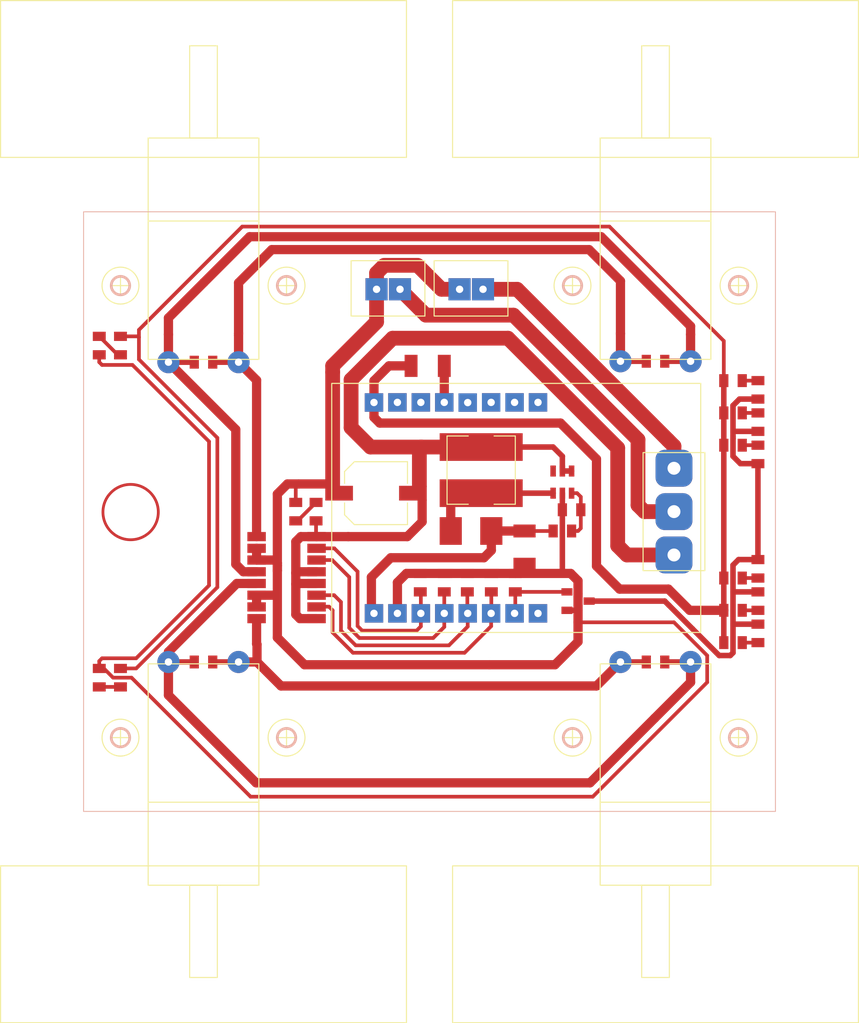
<source format=kicad_pcb>
(kicad_pcb (version 20211014) (generator pcbnew)
  (layers (0 "F.Cu" signal) (31 "B.Cu" signal) (34 "B.Paste" user) (35 "F.Paste" user) (36 "B.SilkS" user "B.Silkscreen") (37 "F.SilkS" user "F.Silkscreen") (38 "B.Mask" user) (39 "F.Mask" user) (44 "Edge.Cuts" user))
  (net 0 "")
  (footprint "0.1_FootPrints:Resistor_0805" (layer "F.Cu") (at 132 98.8)
    (fp_text reference " " hide)
    (fp_text value " " hide)
    (pad "1" smd rect (at -1 0) (size 1 1.4) (layers "F.Cu" "F.Paste" "F.Mask"))
    (pad "2" smd rect (at 1 0) (size 1 1.4) (layers "F.Cu" "F.Paste" "F.Mask"))
  )
  (footprint "0.1_FootPrints:Resistor_0805" (layer "F.Cu") (at 83 66.3)
    (fp_text reference " " hide)
    (fp_text value " " hide)
    (pad "1" smd rect (at -1 0) (size 1 1.4) (layers "F.Cu" "F.Paste" "F.Mask"))
    (pad "2" smd rect (at 1 0) (size 1 1.4) (layers "F.Cu" "F.Paste" "F.Mask"))
  )
  (footprint "0.1_FootPrints:Resistor_0805" (layer "F.Cu") (at 71.7 64.5 90)
    (fp_text reference " " hide)
    (fp_text value " " hide)
    (pad "1" smd rect (at -1 0 90) (size 1 1.4) (layers "F.Cu" "F.Paste" "F.Mask"))
    (pad "2" smd rect (at 1 0 90) (size 1 1.4) (layers "F.Cu" "F.Paste" "F.Mask"))
  )
  (footprint "0.1_FootPrints:Resistor_0805" (layer "F.Cu") (at 143.1 76.3 90)
    (fp_text reference " " hide)
    (fp_text value " " hide)
    (pad "1" smd rect (at -1 0 90) (size 1 1.4) (layers "F.Cu" "F.Paste" "F.Mask"))
    (pad "2" smd rect (at 1 0 90) (size 1 1.4) (layers "F.Cu" "F.Paste" "F.Mask"))
  )
  (footprint "0.1_FootPrints:Capacitor_Tantalum_3528" (layer "F.Cu") (at 117.8 86.4 90)
    (fp_text reference " " hide)
    (fp_text value " " hide)
    (pad "1" smd rect (at -1.8 0 90) (size 1.4 2.4) (layers "F.Cu" "F.Paste" "F.Mask"))
    (pad "2" smd rect (at 1.8 0 90) (size 1.4 2.4) (layers "F.Cu" "F.Paste" "F.Mask"))
  )
  (footprint "0.1_FootPrints:Resistor_0805" (layer "F.Cu") (at 74 64.5 -90)
    (fp_text reference " " hide)
    (fp_text value " " hide)
    (pad "1" smd rect (at -1 0 270) (size 1 1.4) (layers "F.Cu" "F.Paste" "F.Mask"))
    (pad "2" smd rect (at 1 0 270) (size 1 1.4) (layers "F.Cu" "F.Paste" "F.Mask"))
  )
  (footprint "0.1_FootPrints:Connector_2Pins_2.54" (layer "F.Cu") (at 112 58.3 180)
    (fp_text reference " " hide)
    (fp_text value " " hide)
    (fp_rect (start -4 -3) (end 4 3) (layer "F.SilkS") (width 0.12) (fill none))
    (pad "1" thru_hole rect (at -1.3 -0.1 270) (size 2.4 2.4) (drill 0.8) (layers *.Cu *.Mask))
    (pad "2" thru_hole rect (at 1.24 -0.1 270) (size 2.4 2.4) (drill 0.8) (layers *.Cu *.Mask))
  )
  (footprint "0.1_FootPrints:Resistor_0805" (layer "F.Cu") (at 140.4 75.3 180)
    (fp_text reference " " hide)
    (fp_text value " " hide)
    (pad "1" smd rect (at -1 0 180) (size 1 1.4) (layers "F.Cu" "F.Paste" "F.Mask"))
    (pad "2" smd rect (at 1 0 180) (size 1 1.4) (layers "F.Cu" "F.Paste" "F.Mask"))
  )
  (footprint "0.1_FootPrints:Resistor_0805" (layer "F.Cu") (at 132 66.2 180)
    (fp_text reference " " hide)
    (fp_text value " " hide)
    (pad "1" smd rect (at -1 0 180) (size 1 1.4) (layers "F.Cu" "F.Paste" "F.Mask"))
    (pad "2" smd rect (at 1 0 180) (size 1 1.4) (layers "F.Cu" "F.Paste" "F.Mask"))
  )
  (footprint "0.1_FootPrints:Resistor_0805" (layer "F.Cu") (at 116.8 90.2 90)
    (fp_text reference " " hide)
    (fp_text value " " hide)
    (pad "1" smd rect (at -1 0 90) (size 1 1.4) (layers "F.Cu" "F.Paste" "F.Mask"))
    (pad "2" smd rect (at 1 0 90) (size 1 1.4) (layers "F.Cu" "F.Paste" "F.Mask"))
  )
  (footprint "0.1_FootPrints:Nema20_Motor_Module" (layer "F.Cu") (at 132 107 180)
    (fp_text reference " " hide)
    (fp_text value " " hide)
    (fp_circle (center 9 0) (end 10 0) (layer "B.SilkS") (width 0.3) (fill none))
    (fp_circle (center -9 0) (end -8 0) (layer "B.SilkS") (width 0.3) (fill none))
    (fp_line (start -10 0) (end -8 0) (layer "F.SilkS") (width 0.12))
    (fp_line (start 9 -1) (end 9 1) (layer "F.SilkS") (width 0.12))
    (fp_line (start -6 -7) (end 6 -7) (layer "F.SilkS") (width 0.12))
    (fp_line (start 8 0) (end 10 0) (layer "F.SilkS") (width 0.12))
    (fp_line (start -9 -1) (end -9 1) (layer "F.SilkS") (width 0.12))
    (fp_rect (start -6 -16) (end 6 8) (layer "F.SilkS") (width 0.12) (fill none))
    (fp_rect (start -1.5 -16) (end 1.5 -26) (layer "F.SilkS") (width 0.12) (fill none))
    (fp_rect (start -22 -13.9) (end 22 -30.9) (layer "F.SilkS") (width 0.12) (fill none))
    (fp_circle (center -9 0) (end -7 0) (layer "F.SilkS") (width 0.12) (fill none))
    (fp_circle (center 9 0) (end 11 0) (layer "F.SilkS") (width 0.12) (fill none))
  )
  (footprint "0.1_FootPrints:Resistor_0805" (layer "F.Cu") (at 106.5 90.2 90)
    (fp_text reference " " hide)
    (fp_text value " " hide)
    (pad "1" smd rect (at -1 0 90) (size 1 1.4) (layers "F.Cu" "F.Paste" "F.Mask"))
    (pad "2" smd rect (at 1 0 90) (size 1 1.4) (layers "F.Cu" "F.Paste" "F.Mask"))
  )
  (footprint "0.1_FootPrints:Resistor_0805" (layer "F.Cu") (at 109.1 90.2 90)
    (fp_text reference " " hide)
    (fp_text value " " hide)
    (pad "1" smd rect (at -1 0 90) (size 1 1.4) (layers "F.Cu" "F.Paste" "F.Mask"))
    (pad "2" smd rect (at 1 0 90) (size 1 1.4) (layers "F.Cu" "F.Paste" "F.Mask"))
  )
  (footprint "0.1_FootPrints:Resistor_0805" (layer "F.Cu") (at 114.2 90.2 90)
    (fp_text reference " " hide)
    (fp_text value " " hide)
    (pad "1" smd rect (at -1 0 90) (size 1 1.4) (layers "F.Cu" "F.Paste" "F.Mask"))
    (pad "2" smd rect (at 1 0 90) (size 1 1.4) (layers "F.Cu" "F.Paste" "F.Mask"))
  )
  (footprint "0.1_FootPrints:Esp32Cam" (layer "F.Cu") (at 116.9 82.5 90)
    (fp_text reference " " hide)
    (fp_text value " " hide)
    (fp_rect (start 13.9 20) (end -13.1 -20) (layer "F.SilkS") (width 0.12) (fill none))
    (pad "0" thru_hole rect (at 11.84 -10.34 270) (size 2 2) (drill 0.8) (layers *.Cu *.Mask))
    (pad "2" thru_hole rect (at -11.03 -0.18 270) (size 2 2) (drill 0.8) (layers *.Cu *.Mask))
    (pad "3V3" thru_hole rect (at 11.83 -15.42 270) (size 2 2) (drill 0.8) (layers *.Cu *.Mask))
    (pad "4/LED W" thru_hole rect (at -11.03 2.36 270) (size 2 2) (drill 0.8) (layers *.Cu *.Mask))
    (pad "5V" thru_hole rect (at -11.03 -15.42 270) (size 2 2) (drill 0.8) (layers *.Cu *.Mask))
    (pad "12" thru_hole rect (at -11.03 -10.34 270) (size 2 2) (drill 0.8) (layers *.Cu *.Mask))
    (pad "13" thru_hole rect (at -11.03 -7.8 270) (size 2 2) (drill 0.8) (layers *.Cu *.Mask))
    (pad "14" thru_hole rect (at -11.03 -2.72 270) (size 2 2) (drill 0.8) (layers *.Cu *.Mask))
    (pad "15" thru_hole rect (at -11.03 -5.26 270) (size 2 2) (drill 0.8) (layers *.Cu *.Mask))
    (pad "16" thru_hole rect (at 11.84 -12.88 270) (size 2 2) (drill 0.8) (layers *.Cu *.Mask))
    (pad "GND" thru_hole rect (at -11.03 -12.88 270) (size 2 2) (drill 0.8) (layers *.Cu *.Mask))
    (pad "GND" thru_hole rect (at 11.84 2.36 270) (size 2 2) (drill 0.8) (layers *.Cu *.Mask))
    (pad "GND" thru_hole rect (at 11.84 -7.8 270) (size 2 2) (drill 0.8) (layers *.Cu *.Mask))
    (pad "RX" thru_hole rect (at 11.84 -2.72 270) (size 2 2) (drill 0.8) (layers *.Cu *.Mask))
    (pad "TX" thru_hole rect (at 11.84 -0.18 270) (size 2 2) (drill 0.8) (layers *.Cu *.Mask))
    (pad "VCC" thru_hole rect (at 11.82 -5.26 270) (size 2 2) (drill 0.8) (layers *.Cu *.Mask))
  )
  (footprint "0.1_FootPrints:SOIC-16_Large" (layer "F.Cu") (at 92.005 89.655 180)
    (fp_text reference " " hide)
    (fp_text value " " hide)
    (pad "1" smd rect (at -3.25 -4.445 180) (size 2 1) (layers "F.Cu" "F.Paste" "F.Mask"))
    (pad "2" smd rect (at -3.25 -3.175 180) (size 2 1) (layers "F.Cu" "F.Paste" "F.Mask"))
    (pad "3" smd rect (at -3.25 -1.905 180) (size 2 1) (layers "F.Cu" "F.Paste" "F.Mask"))
    (pad "4" smd rect (at -3.25 -0.635 180) (size 2 1) (layers "F.Cu" "F.Paste" "F.Mask"))
    (pad "5" smd rect (at -3.25 0.635 180) (size 2 1) (layers "F.Cu" "F.Paste" "F.Mask"))
    (pad "6" smd rect (at -3.25 1.905 180) (size 2 1) (layers "F.Cu" "F.Paste" "F.Mask"))
    (pad "7" smd rect (at -3.25 3.175 180) (size 2 1) (layers "F.Cu" "F.Paste" "F.Mask"))
    (pad "8" smd rect (at -3.25 4.445 180) (size 2 1) (layers "F.Cu" "F.Paste" "F.Mask"))
    (pad "9" smd rect (at 3.25 4.445 180) (size 2 1) (layers "F.Cu" "F.Paste" "F.Mask"))
    (pad "10" smd rect (at 3.25 3.175 180) (size 2 1) (layers "F.Cu" "F.Paste" "F.Mask"))
    (pad "11" smd rect (at 3.25 1.905 180) (size 2 1) (layers "F.Cu" "F.Paste" "F.Mask"))
    (pad "12" smd rect (at 3.25 0.635 180) (size 2 1) (layers "F.Cu" "F.Paste" "F.Mask"))
    (pad "13" smd rect (at 3.25 -0.635 180) (size 2 1) (layers "F.Cu" "F.Paste" "F.Mask"))
    (pad "14" smd rect (at 3.25 -1.905 180) (size 2 1) (layers "F.Cu" "F.Paste" "F.Mask"))
    (pad "15" smd rect (at 3.25 -3.175 180) (size 2 1) (layers "F.Cu" "F.Paste" "F.Mask"))
    (pad "16" smd rect (at 3.25 -4.445 180) (size 2 1) (layers "F.Cu" "F.Paste" "F.Mask"))
  )
  (footprint "0.1_FootPrints:Resistor_0805" (layer "F.Cu") (at 143.1 69.3 90)
    (fp_text reference " " hide)
    (fp_text value " " hide)
    (pad "1" smd rect (at -1 0 90) (size 1 1.4) (layers "F.Cu" "F.Paste" "F.Mask"))
    (pad "2" smd rect (at 1 0 90) (size 1 1.4) (layers "F.Cu" "F.Paste" "F.Mask"))
  )
  (footprint "0.1_FootPrints:Nema20_Motor_Module" (layer "F.Cu") (at 83 107 180)
    (fp_text reference " " hide)
    (fp_text value " " hide)
    (fp_circle (center -9 0) (end -8 0) (layer "B.SilkS") (width 0.3) (fill none))
    (fp_circle (center 9 0) (end 10 0) (layer "B.SilkS") (width 0.3) (fill none))
    (fp_line (start -9 -1) (end -9 1) (layer "F.SilkS") (width 0.12))
    (fp_line (start -6 -7) (end 6 -7) (layer "F.SilkS") (width 0.12))
    (fp_line (start 8 0) (end 10 0) (layer "F.SilkS") (width 0.12))
    (fp_line (start -10 0) (end -8 0) (layer "F.SilkS") (width 0.12))
    (fp_line (start 9 -1) (end 9 1) (layer "F.SilkS") (width 0.12))
    (fp_rect (start -1.5 -16) (end 1.5 -26) (layer "F.SilkS") (width 0.12) (fill none))
    (fp_rect (start -6 -16) (end 6 8) (layer "F.SilkS") (width 0.12) (fill none))
    (fp_rect (start -22 -13.9) (end 22 -30.9) (layer "F.SilkS") (width 0.12) (fill none))
    (fp_circle (center -9 0) (end -7 0) (layer "F.SilkS") (width 0.12) (fill none))
    (fp_circle (center 9 0) (end 11 0) (layer "F.SilkS") (width 0.12) (fill none))
  )
  (footprint "0.1_FootPrints:Interruptor" (layer "F.Cu") (at 134 82.5 -90)
    (fp_text reference " " hide)
    (fp_text value " " hide)
    (fp_rect (start -6.4 -3.35) (end 6.4 3.35) (layer "F.SilkS") (width 0.12) (fill none))
    (pad " " thru_hole roundrect (at 4.7 0) (size 4 4) (drill 1.4) (layers *.Cu *.Mask))
    (pad " " thru_hole roundrect (at 0 0) (size 4 4) (drill 1.4) (layers *.Cu *.Mask))
    (pad " " thru_hole roundrect (at -4.7 0) (size 4 4) (drill 1.4) (layers *.Cu *.Mask))
  )
  (footprint "0.1_FootPrints:CP_Elec_6.3x5.9" (layer "F.Cu") (at 101.7 80.5)
    (fp_text reference " " hide)
    (fp_text value "CP_Elec_6.3x5.9")
    (fp_line (start -2.345563 3.41) (end 3.41 3.41) (layer "F.SilkS") (width 0.12))
    (fp_line (start -3.41 -2.345563) (end -2.345563 -3.41) (layer "F.SilkS") (width 0.12))
    (fp_line (start -2.345563 -3.41) (end 3.41 -3.41) (layer "F.SilkS") (width 0.12))
    (fp_line (start 3.41 -3.41) (end 3.41 -1.06) (layer "F.SilkS") (width 0.12))
    (fp_line (start -3.41 -2.345563) (end -3.41 -1.06) (layer "F.SilkS") (width 0.12))
    (fp_line (start -3.41 2.345563) (end -2.345563 3.41) (layer "F.SilkS") (width 0.12))
    (fp_line (start -3.41 2.345563) (end -3.41 1.06) (layer "F.SilkS") (width 0.12))
    (fp_line (start 3.41 3.41) (end 3.41 1.06) (layer "F.SilkS") (width 0.12))
    (pad "1" smd rect (at -4 0) (size 3 1.6) (layers "F.Cu" "F.Paste" "F.Mask"))
    (pad "2" smd rect (at 4 0) (size 3 1.6) (layers "F.Cu" "F.Paste" "F.Mask"))
  )
  (footprint "0.1_FootPrints:Resistor_0805" (layer "F.Cu") (at 140.4 96.7 180)
    (fp_text reference " " hide)
    (fp_text value " " hide)
    (pad "1" smd rect (at -1 0 180) (size 1 1.4) (layers "F.Cu" "F.Paste" "F.Mask"))
    (pad "2" smd rect (at 1 0 180) (size 1 1.4) (layers "F.Cu" "F.Paste" "F.Mask"))
  )
  (footprint "0.1_FootPrints:Capacitor_Tantalum_3528" (layer "F.Cu") (at 107.3 66.7 180)
    (fp_text reference " " hide)
    (fp_text value " " hide)
    (pad "1" smd rect (at -1.8 0 180) (size 1.4 2.4) (layers "F.Cu" "F.Paste" "F.Mask"))
    (pad "2" smd rect (at 1.8 0 180) (size 1.4 2.4) (layers "F.Cu" "F.Paste" "F.Mask"))
  )
  (footprint "0.1_FootPrints:Hole_6mm" (layer "F.Cu") (at 75.1 82.55)
    (fp_text reference " " hide)
    (fp_text value " " hide)
    (fp_circle (center 0 0) (end 3 0) (layer "F.Cu") (width 0.3) (fill none))
  )
  (footprint "0.1_FootPrints:Resistor_0805" (layer "F.Cu") (at 121.9 84.6)
    (fp_text reference " " hide)
    (fp_text value " " hide)
    (pad "1" smd rect (at -1 0) (size 1 1.4) (layers "F.Cu" "F.Paste" "F.Mask"))
    (pad "2" smd rect (at 1 0) (size 1 1.4) (layers "F.Cu" "F.Paste" "F.Mask"))
  )
  (footprint "0.1_FootPrints:Nema20_Motor_Module" (layer "F.Cu") (at 132 58)
    (fp_text reference " " hide)
    (fp_text value " " hide)
    (fp_circle (center 9 0) (end 10 0) (layer "B.SilkS") (width 0.3) (fill none))
    (fp_circle (center -9 0) (end -8 0) (layer "B.SilkS") (width 0.3) (fill none))
    (fp_line (start -6 -7) (end 6 -7) (layer "F.SilkS") (width 0.12))
    (fp_line (start -10 0) (end -8 0) (layer "F.SilkS") (width 0.12))
    (fp_line (start 8 0) (end 10 0) (layer "F.SilkS") (width 0.12))
    (fp_line (start -9 -1) (end -9 1) (layer "F.SilkS") (width 0.12))
    (fp_line (start 9 -1) (end 9 1) (layer "F.SilkS") (width 0.12))
    (fp_rect (start -1.5 -16) (end 1.5 -26) (layer "F.SilkS") (width 0.12) (fill none))
    (fp_rect (start -6 -16) (end 6 8) (layer "F.SilkS") (width 0.12) (fill none))
    (fp_rect (start -22 -13.9) (end 22 -30.9) (layer "F.SilkS") (width 0.12) (fill none))
    (fp_circle (center 9 0) (end 11 0) (layer "F.SilkS") (width 0.12) (fill none))
    (fp_circle (center -9 0) (end -7 0) (layer "F.SilkS") (width 0.12) (fill none))
  )
  (footprint "0.1_FootPrints:Resistor_0805" (layer "F.Cu") (at 143.1 88.7 90)
    (fp_text reference " " hide)
    (fp_text value " " hide)
    (pad "1" smd rect (at -1 0 90) (size 1 1.4) (layers "F.Cu" "F.Paste" "F.Mask"))
    (pad "2" smd rect (at 1 0 90) (size 1 1.4) (layers "F.Cu" "F.Paste" "F.Mask"))
  )
  (footprint "0.1_FootPrints:Resistor_0805" (layer "F.Cu") (at 143.1 95.7 90)
    (fp_text reference " " hide)
    (fp_text value " " hide)
    (pad "1" smd rect (at -1 0 90) (size 1 1.4) (layers "F.Cu" "F.Paste" "F.Mask"))
    (pad "2" smd rect (at 1 0 90) (size 1 1.4) (layers "F.Cu" "F.Paste" "F.Mask"))
  )
  (footprint "0.1_FootPrints:Resistor_0805" (layer "F.Cu") (at 71.7 100.5 90)
    (fp_text reference " " hide)
    (fp_text value " " hide)
    (pad "1" smd rect (at -1 0 90) (size 1 1.4) (layers "F.Cu" "F.Paste" "F.Mask"))
    (pad "2" smd rect (at 1 0 90) (size 1 1.4) (layers "F.Cu" "F.Paste" "F.Mask"))
  )
  (footprint "0.1_FootPrints:Inductor_8x9" (layer "F.Cu") (at 113.1 78 90)
    (fp_text reference " " hide)
    (fp_text value " " hide)
    (fp_line (start 3.7 -3.7) (end 3.7 -1.4) (layer "F.SilkS") (width 0.12))
    (fp_line (start 3.7 1.4) (end 3.7 3.7) (layer "F.SilkS") (width 0.12))
    (fp_line (start -3.7 3.7) (end -3.7 1.4) (layer "F.SilkS") (width 0.12))
    (fp_line (start -3.7 -1.4) (end -3.7 -3.7) (layer "F.SilkS") (width 0.12))
    (fp_line (start -3.7 -3.7) (end 3.7 -3.7) (layer "F.SilkS") (width 0.12))
    (fp_line (start 3.7 3.7) (end -3.7 3.7) (layer "F.SilkS") (width 0.12))
    (pad "1" smd rect (at -2.5 0 90) (size 3 9) (layers "F.Cu" "F.Paste" "F.Mask"))
    (pad "2" smd rect (at 2.5 0 90) (size 3 9) (layers "F.Cu" "F.Paste" "F.Mask"))
  )
  (footprint "0.1_FootPrints:Nema20" (layer "F.Cu") (at 83 66.3)
    (fp_text reference " " hide)
    (fp_text value " " hide)
    (pad "" thru_hole oval (at 3.8 0) (size 2.4 2.4) (drill 0.8) (layers *.Cu *.Mask))
    (pad "" thru_hole oval (at -3.8 0) (size 2.4 2.4) (drill 0.8) (layers *.Cu *.Mask))
  )
  (footprint "0.1_FootPrints:Resistor_0805" (layer "F.Cu") (at 140.4 68.3 180)
    (fp_text reference " " hide)
    (fp_text value " " hide)
    (pad "1" smd rect (at -1 0 180) (size 1 1.4) (layers "F.Cu" "F.Paste" "F.Mask"))
    (pad "2" smd rect (at 1 0 180) (size 1 1.4) (layers "F.Cu" "F.Paste" "F.Mask"))
  )
  (footprint "0.1_FootPrints:Resistor_0805" (layer "F.Cu") (at 74 100.5 -90)
    (fp_text reference " " hide)
    (fp_text value " " hide)
    (pad "1" smd rect (at -1 0 270) (size 1 1.4) (layers "F.Cu" "F.Paste" "F.Mask"))
    (pad "2" smd rect (at 1 0 270) (size 1 1.4) (layers "F.Cu" "F.Paste" "F.Mask"))
  )
  (footprint "0.1_FootPrints:SOT-23-3" (layer "F.Cu") (at 123.6 92.2)
    (fp_text reference " " hide)
    (fp_text value " " hide)
    (pad "1" smd rect (at -1.2 -1 180) (size 1.2 0.8) (layers "F.Cu" "F.Paste" "F.Mask"))
    (pad "2" smd rect (at -1.2 1 180) (size 1.2 0.8) (layers "F.Cu" "F.Paste" "F.Mask"))
    (pad "3" smd rect (at 1.2 0 180) (size 1.2 0.8) (layers "F.Cu" "F.Paste" "F.Mask"))
  )
  (footprint "0.1_FootPrints:Resistor_0805" (layer "F.Cu") (at 83 98.8)
    (fp_text reference " " hide)
    (fp_text value " " hide)
    (pad "1" smd rect (at -1 0) (size 1 1.4) (layers "F.Cu" "F.Paste" "F.Mask"))
    (pad "2" smd rect (at 1 0) (size 1 1.4) (layers "F.Cu" "F.Paste" "F.Mask"))
  )
  (footprint "0.1_FootPrints:Nema20" (layer "F.Cu") (at 132 98.8)
    (fp_text reference " " hide)
    (fp_text value " " hide)
    (pad "" thru_hole oval (at -3.8 0) (size 2.4 2.4) (drill 0.8) (layers *.Cu *.Mask))
    (pad "" thru_hole oval (at 3.8 0) (size 2.4 2.4) (drill 0.8) (layers *.Cu *.Mask))
  )
  (footprint "0.1_FootPrints:DO-214" (layer "F.Cu") (at 112 84.6 180)
    (fp_text reference " " (at 0 -2.5) (layer "F.SilkS"))
    (fp_text value " ")
    (pad "1" smd rect (at -2.2 0 180) (size 2.4 3) (layers "F.Cu" "F.Paste" "F.Mask"))
    (pad "2" smd rect (at 2.2 0 180) (size 2.4 3) (layers "F.Cu" "F.Paste" "F.Mask"))
  )
  (footprint "0.1_FootPrints:Resistor_0805" (layer "F.Cu") (at 140.4 93.2 180)
    (fp_text reference " " hide)
    (fp_text value " " hide)
    (pad "1" smd rect (at -1 0 180) (size 1 1.4) (layers "F.Cu" "F.Paste" "F.Mask"))
    (pad "2" smd rect (at 1 0 180) (size 1 1.4) (layers "F.Cu" "F.Paste" "F.Mask"))
  )
  (footprint "0.1_FootPrints:Resistor_0805" (layer "F.Cu") (at 93 82.5 90)
    (fp_text reference " " hide)
    (fp_text value " " hide)
    (pad "1" smd rect (at -1 0 90) (size 1 1.4) (layers "F.Cu" "F.Paste" "F.Mask"))
    (pad "2" smd rect (at 1 0 90) (size 1 1.4) (layers "F.Cu" "F.Paste" "F.Mask"))
  )
  (footprint "0.1_FootPrints:Resistor_0805" (layer "F.Cu") (at 140.4 71.8 180)
    (fp_text reference " " hide)
    (fp_text value " " hide)
    (pad "1" smd rect (at -1 0 180) (size 1 1.4) (layers "F.Cu" "F.Paste" "F.Mask"))
    (pad "2" smd rect (at 1 0 180) (size 1 1.4) (layers "F.Cu" "F.Paste" "F.Mask"))
  )
  (footprint "0.1_FootPrints:Resistor_0805" (layer "F.Cu") (at 140.4 89.7 180)
    (fp_text reference " " hide)
    (fp_text value " " hide)
    (pad "1" smd rect (at -1 0 180) (size 1 1.4) (layers "F.Cu" "F.Paste" "F.Mask"))
    (pad "2" smd rect (at 1 0 180) (size 1 1.4) (layers "F.Cu" "F.Paste" "F.Mask"))
  )
  (footprint "0.1_FootPrints:Resistor_0805" (layer "F.Cu") (at 143.1 72.8 90)
    (fp_text reference " " hide)
    (fp_text value " " hide)
    (pad "1" smd rect (at -1 0 90) (size 1 1.4) (layers "F.Cu" "F.Paste" "F.Mask"))
    (pad "2" smd rect (at 1 0 90) (size 1 1.4) (layers "F.Cu" "F.Paste" "F.Mask"))
  )
  (footprint "0.1_FootPrints:Connector_2Pins_2.54" (layer "F.Cu") (at 103 58.3 180)
    (fp_text reference " " hide)
    (fp_text value " " hide)
    (fp_rect (start -4 -3) (end 4 3) (layer "F.SilkS") (width 0.12) (fill none))
    (pad "1" thru_hole rect (at -1.3 -0.1 270) (size 2.4 2.4) (drill 0.8) (layers *.Cu *.Mask))
    (pad "2" thru_hole rect (at 1.24 -0.1 270) (size 2.4 2.4) (drill 0.8) (layers *.Cu *.Mask))
  )
  (footprint "0.1_FootPrints:Nema20_Motor_Module" (layer "F.Cu") (at 83 58)
    (fp_text reference " " hide)
    (fp_text value " " hide)
    (fp_circle (center -9 0) (end -8 0) (layer "B.SilkS") (width 0.3) (fill none))
    (fp_circle (center 9 0) (end 10 0) (layer "B.SilkS") (width 0.3) (fill none))
    (fp_line (start 8 0) (end 10 0) (layer "F.SilkS") (width 0.12))
    (fp_line (start -9 -1) (end -9 1) (layer "F.SilkS") (width 0.12))
    (fp_line (start -10 0) (end -8 0) (layer "F.SilkS") (width 0.12))
    (fp_line (start -6 -7) (end 6 -7) (layer "F.SilkS") (width 0.12))
    (fp_line (start 9 -1) (end 9 1) (layer "F.SilkS") (width 0.12))
    (fp_rect (start -22 -13.9) (end 22 -30.9) (layer "F.SilkS") (width 0.12) (fill none))
    (fp_rect (start -1.5 -16) (end 1.5 -26) (layer "F.SilkS") (width 0.12) (fill none))
    (fp_rect (start -6 -16) (end 6 8) (layer "F.SilkS") (width 0.12) (fill none))
    (fp_circle (center -9 0) (end -7 0) (layer "F.SilkS") (width 0.12) (fill none))
    (fp_circle (center 9 0) (end 11 0) (layer "F.SilkS") (width 0.12) (fill none))
  )
  (footprint "0.1_FootPrints:Resistor_0805" (layer "F.Cu") (at 95.2 82.5 90)
    (fp_text reference " " hide)
    (fp_text value " " hide)
    (pad "1" smd rect (at -1 0 90) (size 1 1.4) (layers "F.Cu" "F.Paste" "F.Mask"))
    (pad "2" smd rect (at 1 0 90) (size 1 1.4) (layers "F.Cu" "F.Paste" "F.Mask"))
  )
  (footprint "0.1_FootPrints:Nema20" (layer "F.Cu") (at 83 98.8)
    (fp_text reference " " hide)
    (fp_text value " " hide)
    (pad "" thru_hole oval (at -3.8 0) (size 2.4 2.4) (drill 0.8) (layers *.Cu *.Mask))
    (pad "" thru_hole oval (at 3.8 0) (size 2.4 2.4) (drill 0.8) (layers *.Cu *.Mask))
  )
  (footprint "0.1_FootPrints:Resistor_0805" (layer "F.Cu") (at 122.9 82.3)
    (fp_text reference " " hide)
    (fp_text value " " hide)
    (pad "1" smd rect (at -1 0) (size 1 1.4) (layers "F.Cu" "F.Paste" "F.Mask"))
    (pad "2" smd rect (at 1 0) (size 1 1.4) (layers "F.Cu" "F.Paste" "F.Mask"))
  )
  (footprint "0.1_FootPrints:Nema20" (layer "F.Cu") (at 132 66.2)
    (fp_text reference " " hide)
    (fp_text value " " hide)
    (pad "" thru_hole oval (at 3.8 0) (size 2.4 2.4) (drill 0.8) (layers *.Cu *.Mask))
    (pad "" thru_hole oval (at -3.8 0) (size 2.4 2.4) (drill 0.8) (layers *.Cu *.Mask))
  )
  (footprint "0.1_FootPrints:Resistor_0805" (layer "F.Cu") (at 143.1 92.2 90)
    (fp_text reference " " hide)
    (fp_text value " " hide)
    (pad "1" smd rect (at -1 0 90) (size 1 1.4) (layers "F.Cu" "F.Paste" "F.Mask"))
    (pad "2" smd rect (at 1 0 90) (size 1 1.4) (layers "F.Cu" "F.Paste" "F.Mask"))
  )
  (footprint "0.1_FootPrints:Resistor_0805" (layer "F.Cu") (at 111.6 90.2 -90)
    (fp_text reference " " hide)
    (fp_text value " " hide)
    (pad "1" smd rect (at -1 0 270) (size 1 1.4) (layers "F.Cu" "F.Paste" "F.Mask"))
    (pad "2" smd rect (at 1 0 270) (size 1 1.4) (layers "F.Cu" "F.Paste" "F.Mask"))
  )
  (footprint "0.1_FootPrints:SOT-23-6" (layer "F.Cu") (at 121.9 79.3 90)
    (fp_text reference " " hide)
    (fp_text value " " hide)
    (pad "1" smd rect (at -1.2 -1 90) (size 1.2 0.6) (layers "F.Cu" "F.Paste" "F.Mask"))
    (pad "2" smd rect (at -1.2 0 90) (size 1.2 0.6) (layers "F.Cu" "F.Paste" "F.Mask"))
    (pad "3" smd trapezoid (at -1.2 1 90) (size 1.2 0.6) (layers "F.Cu" "F.Paste" "F.Mask"))
    (pad "4" smd rect (at 1.2 1 90) (size 1.2 0.6) (layers "F.Cu" "F.Paste" "F.Mask"))
    (pad "5" smd rect (at 1.2 0 90) (size 1.2 0.6) (layers "F.Cu" "F.Paste" "F.Mask"))
    (pad "6" smd rect (at 1.2 -1 90) (size 1.2 0.6) (layers "F.Cu" "F.Paste" "F.Mask"))
  )
  (gr_rect (start 70 50) (end 145 115) (layer "B.SilkS") (width 0.1) (fill none))
  (segment (start 88.755 91.56) (end 90.9 91.56) (width 1) (layer "F.Cu") (net 0))
  (segment (start 106.56 94.94) (end 106.1 95.4) (width 0.4) (layer "F.Cu") (net 0))
  (segment (start 72 98.4) (end 71.7 98.7) (width 0.4) (layer "F.Cu") (net 0))
  (segment (start 143.1 77.3) (end 141.2 77.3) (width 0.6) (layer "F.Cu") (net 0))
  (segment (start 143.1 87.7) (end 143.1 77.3) (width 0.6) (layer "F.Cu") (net 0))
  (segment (start 114.18 94.92) (end 114.18 93.53) (width 0.4) (layer "F.Cu") (net 0))
  (segment (start 141.4 96.7) (end 143.1 96.7) (width 0.4) (layer "F.Cu") (net 0))
  (segment (start 125.6 101.4) (end 128.2 98.8) (width 1) (layer "F.Cu") (net 0))
  (segment (start 139.4 93.2) (end 139.4 71.8) (width 0.6) (layer "F.Cu") (net 0))
  (segment (start 101.76 56.64) (end 101.76 58.4) (width 1.6) (layer "F.Cu") (net 0))
  (segment (start 91.005 88.905) (end 91.005 80.595) (width 1) (layer "F.Cu") (net 0))
  (segment (start 97 67.4) (end 97 66.7) (width 1.6) (layer "F.Cu") (net 0))
  (segment (start 101.5 93.51) (end 101.48 93.53) (width 1) (layer "F.Cu") (net 0))
  (segment (start 132.05 58.65) (end 126.1 52.7) (width 1) (layer "F.Cu") (net 0))
  (segment (start 116.6 61.2) (end 107.1 61.2) (width 1.6) (layer "F.Cu") (net 0))
  (segment (start 106.2 55.8) (end 108.8 58.4) (width 1.6) (layer "F.Cu") (net 0))
  (segment (start 93.45 94.1) (end 93.005 93.655) (width 1) (layer "F.Cu") (net 0))
  (segment (start 99.9 96.2) (end 98.8 95.1) (width 0.4) (layer "F.Cu") (net 0))
  (segment (start 106.56 93.53) (end 106.56 91.26) (width 0.4) (layer "F.Cu") (net 0))
  (segment (start 84 66.3) (end 86.8 66.3) (width 0.6) (layer "F.Cu") (net 0))
  (segment (start 88.755 94.1) (end 88.755 96.845) (width 1) (layer "F.Cu") (net 0))
  (segment (start 123.6 90) (end 122.8 89.2) (width 1) (layer "F.Cu") (net 0))
  (segment (start 75.7 99.5) (end 74 99.5) (width 0.4) (layer "F.Cu") (net 0))
  (segment (start 123.6 94.5) (end 123.6 93.2) (width 1) (layer "F.Cu") (net 0))
  (segment (start 141 87.7) (end 140.4 88.3) (width 0.6) (layer "F.Cu") (net 0))
  (segment (start 123.4 91.6) (end 123.6 91.4) (width 0.4) (layer "F.Cu") (net 0))
  (segment (start 93.95 99.1) (end 114 99.1) (width 1) (layer "F.Cu") (net 0))
  (segment (start 134 94.5) (end 123.6 94.5) (width 0.4) (layer "F.Cu") (net 0))
  (segment (start 71.7 65.5) (end 71.7 66.3) (width 0.4) (layer "F.Cu") (net 0))
  (segment (start 75.2 100.5) (end 88.1 113.4) (width 0.4) (layer "F.Cu") (net 0))
  (segment (start 133.35 74.75) (end 117 58.4) (width 1.6) (layer "F.Cu") (net 0))
  (segment (start 98.69 85.21) (end 105.09 85.21) (width 1) (layer "F.Cu") (net 0))
  (segment (start 128.1 90.9) (end 125.6 88.4) (width 1) (layer "F.Cu") (net 0))
  (segment (start 101.48 68.32) (end 103.1 66.7) (width 1) (layer "F.Cu") (net 0))
  (segment (start 91.005 88.055) (end 91.005 88.345) (width 1) (layer "F.Cu") (net 0))
  (segment (start 82 66.3) (end 79.2 66.3) (width 0.6) (layer "F.Cu") (net 0))
  (segment (start 95.255 85.21) (end 98.69 85.21) (width 1) (layer "F.Cu") (net 0))
  (segment (start 109.6 97) (end 111.64 94.96) (width 0.4) (layer "F.Cu") (net 0))
  (segment (start 117.8 84.6) (end 114.2 84.6) (width 1) (layer "F.Cu") (net 0))
  (segment (start 109.8 84.6) (end 109.8 80.5) (width 1) (layer "F.Cu") (net 0))
  (segment (start 133 98.8) (end 135.8 98.8) (width 0.6) (layer "F.Cu") (net 0))
  (segment (start 71.7 98.7) (end 71.7 99.5) (width 0.4) (layer "F.Cu") (net 0))
  (segment (start 111.64 94.96) (end 111.64 93.53) (width 0.4) (layer "F.Cu") (net 0))
  (segment (start 141.4 68.3) (end 143.1 68.3) (width 0.4) (layer "F.Cu") (net 0))
  (segment (start 97 67.4) (end 97 79.7) (width 1.6) (layer "F.Cu") (net 0))
  (segment (start 92.1 79.5) (end 93.3 79.5) (width 1) (layer "F.Cu") (net 0))
  (segment (start 93.005 93.655) (end 93.005 90.355) (width 1) (layer "F.Cu") (net 0))
  (segment (start 104.3 93.81) (end 104.02 93.53) (width 0.6) (layer "F.Cu") (net 0))
  (segment (start 88.755 87.75) (end 90.7 87.75) (width 1) (layer "F.Cu") (net 0))
  (segment (start 125.2 113.4) (end 137.6 101) (width 0.4) (layer "F.Cu") (net 0))
  (segment (start 103.1 66.7) (end 105.5 66.7) (width 1) (layer "F.Cu") (net 0))
  (segment (start 97.9 92.3) (end 97.16 91.56) (width 0.4) (layer "F.Cu") (net 0))
  (segment (start 95.255 94.1) (end 93.45 94.1) (width 1) (layer "F.Cu") (net 0))
  (segment (start 116.8 91.2) (end 116.8 93.45) (width 0.4) (layer "F.Cu") (net 0))
  (segment (start 127 51.6) (end 139.4 64) (width 0.4) (layer "F.Cu") (net 0))
  (segment (start 123.6 96.6) (end 123.6 94.5) (width 1) (layer "F.Cu") (net 0))
  (segment (start 116.8 89.2) (end 114.9 89.2) (width 1) (layer "F.Cu") (net 0))
  (segment (start 83.6 74.9) (end 83.6 90.5) (width 0.4) (layer "F.Cu") (net 0))
  (segment (start 101.2 93.25) (end 101.48 93.53) (width 1) (layer "F.Cu") (net 0))
  (segment (start 114.2 93.51) (end 114.18 93.53) (width 0.4) (layer "F.Cu") (net 0))
  (segment (start 102.1 72.9) (end 101.48 72.28) (width 1) (layer "F.Cu") (net 0))
  (segment (start 113.7 89) (end 113.5 89.2) (width 0.6) (layer "F.Cu") (net 0))
  (segment (start 101.7 93.45) (end 101.78 93.53) (width 1) (layer "F.Cu") (net 0))
  (segment (start 123.9 84.3) (end 123.9 82.3) (width 0.4) (layer "F.Cu") (net 0))
  (segment (start 105.09 85.21) (end 106.7 83.6) (width 1) (layer "F.Cu") (net 0))
  (segment (start 106.7 83.6) (end 106.7 81.3) (width 1) (layer "F.Cu") (net 0))
  (segment (start 135.8 101) (end 135.8 98.8) (width 1) (layer "F.Cu") (net 0))
  (segment (start 140.4 94.7) (end 140.4 91.2) (width 0.6) (layer "F.Cu") (net 0))
  (segment (start 107.1 61.2) (end 104.3 58.4) (width 1.6) (layer "F.Cu") (net 0))
  (segment (start 123.6 91.4) (end 123.6 90) (width 1) (layer "F.Cu") (net 0))
  (segment (start 97 66.7) (end 101.76 61.94) (width 1.6) (layer "F.Cu") (net 0))
  (segment (start 95.255 90.29) (end 93.07 90.29) (width 1) (layer "F.Cu") (net 0))
  (segment (start 72 66.6) (end 75.3 66.6) (width 0.4) (layer "F.Cu") (net 0))
  (segment (start 99.5 97) (end 109.6 97) (width 0.4) (layer "F.Cu") (net 0))
  (segment (start 113.1 80.5) (end 120.9 80.5) (width 0.6) (layer "F.Cu") (net 0))
  (segment (start 133 92.2) (end 124.8 92.2) (width 0.6) (layer "F.Cu") (net 0))
  (segment (start 79.2 61.5) (end 79.2 63.3) (width 1) (layer "F.Cu") (net 0))
  (segment (start 99 73.4) (end 99 68.2) (width 1.6) (layer "F.Cu") (net 0))
  (segment (start 143.1 94.7) (end 140.4 94.7) (width 0.6) (layer "F.Cu") (net 0))
  (segment (start 139.4 93.2) (end 139.4 96.7) (width 0.6) (layer "F.Cu") (net 0))
  (segment (start 86.8 63.2) (end 86.8 66.3) (width 1) (layer "F.Cu") (net 0))
  (segment (start 97.16 91.56) (end 95.255 91.56) (width 0.4) (layer "F.Cu") (net 0))
  (segment (start 109.8 80.5) (end 113.1 80.5) (width 1) (layer "F.Cu") (net 0))
  (segment (start 137.6 98.1) (end 134 94.5) (width 0.4) (layer "F.Cu") (net 0))
  (segment (start 133.4 90.9) (end 128.1 90.9) (width 1) (layer "F.Cu") (net 0))
  (segment (start 123.5 80.5) (end 122.9 80.5) (width 0.4) (layer "F.Cu") (net 0))
  (segment (start 128.3 63.3) (end 128.2 63.2) (width 0.6) (layer "F.Cu") (net 0))
  (segment (start 117 58.4) (end 113.3 58.4) (width 1.6) (layer "F.Cu") (net 0))
  (segment (start 133 66.2) (end 135.8 66.2) (width 0.6) (layer "F.Cu") (net 0))
  (segment (start 127.9 86.2) (end 128.9 87.2) (width 1.6) (layer "F.Cu") (net 0))
  (segment (start 122.9 84.6) (end 123.6 84.6) (width 0.4) (layer "F.Cu") (net 0))
  (segment (start 139.4 93.2) (end 135.7 93.2) (width 1) (layer "F.Cu") (net 0))
  (segment (start 88.755 68.255) (end 86.8 66.3) (width 1) (layer "F.Cu") (net 0))
  (segment (start 121.9 78.1) (end 122.9 78.1) (width 0.6) (layer "F.Cu") (net 0))
  (segment (start 121.9 80.5) (end 121.9 89.1) (width 0.6) (layer "F.Cu") (net 0))
  (segment (start 121.9 78.1) (end 121.9 76.5) (width 0.6) (layer "F.Cu") (net 0))
  (segment (start 136 95.2) (end 138.9 98.1) (width 0.6) (layer "F.Cu") (net 0))
  (segment (start 93.005 90.355) (end 93.005 89.155) (width 1) (layer "F.Cu") (net 0))
  (segment (start 100.2 95.4) (end 99.7 94.9) (width 0.4) (layer "F.Cu") (net 0))
  (segment (start 141.2 77.3) (end 140.4 76.5) (width 0.6) (layer "F.Cu") (net 0))
  (segment (start 84.5 74.5) (end 84.5 90.7) (width 0.4) (layer "F.Cu") (net 0))
  (segment (start 91.005 88.905) (end 91.005 96.155) (width 1) (layer "F.Cu") (net 0))
  (segment (start 88.7 111.9) (end 79.2 102.4) (width 1) (layer "F.Cu") (net 0))
  (segment (start 135.8 62.4) (end 135.8 63.3) (width 1) (layer "F.Cu") (net 0))
  (segment (start 128.2 66.2) (end 128.2 63.2) (width 1) (layer "F.Cu") (net 0))
  (segment (start 91.4 101.4) (end 125.6 101.4) (width 1) (layer "F.Cu") (net 0))
  (segment (start 132 104.8) (end 131.9 104.9) (width 0.6) (layer "F.Cu") (net 0))
  (segment (start 97 93.2) (end 96.6 92.8) (width 0.4) (layer "F.Cu") (net 0))
  (segment (start 140.4 71) (end 141.1 70.3) (width 0.6) (layer "F.Cu") (net 0))
  (segment (start 75.3 66.6) (end 83.6 74.9) (width 0.4) (layer "F.Cu") (net 0))
  (segment (start 132 58.7) (end 132.05 58.65) (width 0.6) (layer "F.Cu") (net 0))
  (segment (start 122.4 93.2) (end 123.6 93.2) (width 0.6) (layer "F.Cu") (net 0))
  (segment (start 130.1 81.8) (end 130.1 74.7) (width 1.6) (layer "F.Cu") (net 0))
  (segment (start 97 93.2) (end 97 95.6) (width 0.4) (layer "F.Cu") (net 0))
  (segment (start 128.9 87.2) (end 134 87.2) (width 1.6) (layer "F.Cu") (net 0))
  (segment (start 88.8 96.89) (end 88.8 98.8) (width 1) (layer "F.Cu") (net 0))
  (segment (start 116.8 89.2) (end 122.8 89.2) (width 1) (layer "F.Cu") (net 0))
  (segment (start 93.2 83.5) (end 95.2 81.5) (width 0.4) (layer "F.Cu") (net 0))
  (segment (start 79.2 102.4) (end 79.2 98.85) (width 1) (layer "F.Cu") (net 0))
  (segment (start 141.1 70.3) (end 143.1 70.3) (width 0.6) (layer "F.Cu") (net 0))
  (segment (start 108.8 58.4) (end 110.76 58.4) (width 1.6) (layer "F.Cu") (net 0))
  (segment (start 101.2 89.6) (end 101.2 93.25) (width 1) (layer "F.Cu") (net 0))
  (segment (start 103.5 63.7) (end 116 63.7) (width 1.6) (layer "F.Cu") (net 0))
  (segment (start 97 95.6) (end 99.2 97.8) (width 0.4) (layer "F.Cu") (net 0))
  (segment (start 123.9 80.9) (end 123.5 80.5) (width 0.4) (layer "F.Cu") (net 0))
  (segment (start 140.4 74.6) (end 140.4 76.5) (width 0.6) (layer "F.Cu") (net 0))
  (segment (start 93 81.5) (end 93 79.8) (width 0.4) (layer "F.Cu") (net 0))
  (segment (start 127.9 75.6) (end 127.9 86.2) (width 1.6) (layer "F.Cu") (net 0))
  (segment (start 140.4 97.8) (end 140.4 94.7) (width 0.6) (layer "F.Cu") (net 0))
  (segment (start 138.9 98.1) (end 140.1 98.1) (width 0.6) (layer "F.Cu") (net 0))
  (segment (start 120.9 84.6) (end 117.8 84.6) (width 0.4) (layer "F.Cu") (net 0))
  (segment (start 106.2 55.8) (end 102.6 55.8) (width 1.6) (layer "F.Cu") (net 0))
  (segment (start 82 98.8) (end 79.2 98.8) (width 0.6) (layer "F.Cu") (net 0))
  (segment (start 93.55 85.21) (end 95.255 85.21) (width 1) (layer "F.Cu") (net 0))
  (segment (start 141.4 75.3) (end 143.1 75.3) (width 0.4) (layer "F.Cu") (net 0))
  (segment (start 102.6 55.8) (end 101.76 56.64) (width 1.6) (layer "F.Cu") (net 0))
  (segment (start 109.1 93.53) (end 109.1 91.2) (width 0.4) (layer "F.Cu") (net 0))
  (segment (start 79.3 63.4) (end 79.2 63.3) (width 0.6) (layer "F.Cu") (net 0))
  (segment (start 88.8 98.8) (end 91.4 101.4) (width 1) (layer "F.Cu") (net 0))
  (segment (start 96.6 92.8) (end 95.285 92.8) (width 0.4) (layer "F.Cu") (net 0))
  (segment (start 88 52.7) (end 83.05 57.65) (width 1) (layer "F.Cu") (net 0))
  (segment (start 72.2 99.5) (end 73.2 100.5) (width 0.4) (layer "F.Cu") (net 0))
  (segment (start 123.6 93.2) (end 123.6 91.4) (width 1) (layer "F.Cu") (net 0))
  (segment (start 125.6 88.4) (end 125.6 76.8) (width 1) (layer "F.Cu") (net 0))
  (segment (start 128.2 63.2) (end 128.2 57.5) (width 1) (layer "F.Cu") (net 0))
  (segment (start 88.755 89.02) (end 87.32 89.02) (width 1) (layer "F.Cu") (net 0))
  (segment (start 109.1 95) (end 107.9 96.2) (width 0.4) (layer "F.Cu") (net 0))
  (segment (start 101.48 70.67) (end 101.48 68.32) (width 1) (layer "F.Cu") (net 0))
  (segment (start 116.8 91.2) (end 122.4 91.2) (width 0.4) (layer "F.Cu") (net 0))
  (segment (start 114.2 91.2) (end 114.2 93.51) (width 0.4) (layer "F.Cu") (net 0))
  (segment (start 113.5 89.2) (end 109.9 89.2) (width 1) (layer "F.Cu") (net 0))
  (segment (start 71.7 101.5) (end 74 101.5) (width 0.4) (layer "F.Cu") (net 0))
  (segment (start 73.2 100.5) (end 75.2 100.5) (width 0.4) (layer "F.Cu") (net 0))
  (segment (start 111.6 91.2) (end 111.6 93.49) (width 0.4) (layer "F.Cu") (net 0))
  (segment (start 86.5 73.6) (end 79.2 66.3) (width 1) (layer "F.Cu") (net 0))
  (segment (start 84.5 90.7) (end 75.7 99.5) (width 0.4) (layer "F.Cu") (net 0))
  (segment (start 86.6 63.4) (end 86.8 63.2) (width 0.6) (layer "F.Cu") (net 0))
  (segment (start 114.2 86.7) (end 113.4 87.5) (width 1) (layer "F.Cu") (net 0))
  (segment (start 121.1 99.1) (end 123.6 96.6) (width 1) (layer "F.Cu") (net 0))
  (segment (start 93 79.8) (end 93.3 79.5) (width 0.4) (layer "F.Cu") (net 0))
  (segment (start 111.6 93.49) (end 111.64 93.53) (width 0.4) (layer "F.Cu") (net 0))
  (segment (start 96.8 79.5) (end 97 79.7) (width 0.4) (layer "F.Cu") (net 0))
  (segment (start 83.05 57.65) (end 79.2 61.5) (width 1) (layer "F.Cu") (net 0))
  (segment (start 141.4 89.7) (end 143.1 89.7) (width 0.4) (layer "F.Cu") (net 0))
  (segment (start 90.7 87.75) (end 91.005 88.055) (width 1) (layer "F.Cu") (net 0))
  (segment (start 93.14 89.02) (end 93.005 89.155) (width 1) (layer "F.Cu") (net 0))
  (segment (start 131 66.2) (end 128.2 66.2) (width 0.6) (layer "F.Cu") (net 0))
  (segment (start 96.95 87.75) (end 95.255 87.75) (width 0.4) (layer "F.Cu") (net 0))
  (segment (start 132.05 58.65) (end 135.8 62.4) (width 1) (layer "F.Cu") (net 0))
  (segment (start 128.2 57.5) (end 124.8 54.1) (width 1) (layer "F.Cu") (net 0))
  (segment (start 104.02 90.18) (end 104.02 93.53) (width 1) (layer "F.Cu") (net 0))
  (segment (start 79.2 97.7) (end 79.2 98.8) (width 1) (layer "F.Cu") (net 0))
  (segment (start 131.9 104.9) (end 135.8 101) (width 1) (layer "F.Cu") (net 0))
  (segment (start 88.755 90.29) (end 86.61 90.29) (width 1) (layer "F.Cu") (net 0))
  (segment (start 99 68.2) (end 103.5 63.7) (width 1.6) (layer "F.Cu") (net 0))
  (segment (start 105 89.2) (end 104.02 90.18) (width 1) (layer "F.Cu") (net 0))
  (segment (start 124.9 111.9) (end 88.7 111.9) (width 1) (layer "F.Cu") (net 0))
  (segment (start 87.2 51.6) (end 127 51.6) (width 0.4) (layer "F.Cu") (net 0))
  (segment (start 101.48 72.28) (end 101.48 70.67) (width 1) (layer "F.Cu") (net 0))
  (segment (start 86.5 88.2) (end 86.5 73.6) (width 1) (layer "F.Cu") (net 0))
  (segment (start 114.2 98.9) (end 114 99.1) (width 0.4) (layer "F.Cu") (net 0))
  (segment (start 130.1 74.7) (end 116.6 61.2) (width 1.6) (layer "F.Cu") (net 0))
  (segment (start 101.1 75.5) (end 99 73.4) (width 1.6) (layer "F.Cu") (net 0))
  (segment (start 140.4 74.3) (end 140.4 74.6) (width 0.6) (layer "F.Cu") (net 0))
  (segment (start 119.3 93.49) (end 119.26 93.53) (width 0.4) (layer "F.Cu") (net 0))
  (segment (start 76 62.8) (end 87.2 51.6) (width 0.4) (layer "F.Cu") (net 0))
  (segment (start 84 98.8) (end 86.8 98.8) (width 0.6) (layer "F.Cu") (net 0))
  (segment (start 111.3 97.8) (end 114.18 94.92) (width 0.4) (layer "F.Cu") (net 0))
  (segment (start 88.755 92.83) (end 88.755 91.56) (width 1) (layer "F.Cu") (net 0))
  (segment (start 124.8 54.1) (end 90.4 54.1) (width 1) (layer "F.Cu") (net 0))
  (segment (start 86.8 98.8) (end 88.8 98.8) (width 1) (layer "F.Cu") (net 0))
  (segment (start 143.1 73.8) (end 140.4 73.8) (width 0.6) (layer "F.Cu") (net 0))
  (segment (start 126.1 52.7) (end 88 52.7) (width 1) (layer "F.Cu") (net 0))
  (segment (start 86.61 90.29) (end 79.2 97.7) (width 1) (layer "F.Cu") (net 0))
  (segment (start 114.9 89.2) (end 113.5 89.2) (width 1) (layer "F.Cu") (net 0))
  (segment (start 116.8 93.45) (end 116.72 93.53) (width 0.4) (layer "F.Cu") (net 0))
  (segment (start 106.6 75.5) (end 101.1 75.5) (width 1.6) (layer "F.Cu") (net 0))
  (segment (start 140.4 88.3) (end 140.4 91.2) (width 0.6) (layer "F.Cu") (net 0))
  (segment (start 106.1 95.4) (end 100.2 95.4) (width 0.4) (layer "F.Cu") (net 0))
  (segment (start 76 66) (end 84.5 74.5) (width 0.4) (layer "F.Cu") (net 0))
  (segment (start 134 82.5) (end 130.8 82.5) (width 1.6) (layer "F.Cu") (net 0))
  (segment (start 121.9 76.5) (end 120.9 75.5) (width 0.6) (layer "F.Cu") (net 0))
  (segment (start 93.95 99.1) (end 91.005 96.155) (width 1) (layer "F.Cu") (net 0))
  (segment (start 97.18 86.48) (end 95.255 86.48) (width 0.4) (layer "F.Cu") (net 0))
  (segment (start 88.1 113.4) (end 125.2 113.4) (width 0.4) (layer "F.Cu") (net 0))
  (segment (start 130.8 82.5) (end 130.1 81.8) (width 1.6) (layer "F.Cu") (net 0))
  (segment (start 71.7 99.5) (end 72.2 99.5) (width 0.4) (layer "F.Cu") (net 0))
  (segment (start 98.8 95.1) (end 98.8 89.6) (width 0.4) (layer "F.Cu") (net 0))
  (segment (start 113.4 87.5) (end 103.3 87.5) (width 1) (layer "F.Cu") (net 0))
  (segment (start 75.7 98.4) (end 72 98.4) (width 0.4) (layer "F.Cu") (net 0))
  (segment (start 73.7 65.5) (end 71.7 63.5) (width 0.4) (layer "F.Cu") (net 0))
  (segment (start 106.4 75.7) (end 106.6 75.5) (width 1.6) (layer "F.Cu") (net 0))
  (segment (start 123.6 84.6) (end 123.9 84.3) (width 0.4) (layer "F.Cu") (net 0))
  (segment (start 71.7 66.3) (end 72 66.6) (width 0.4) (layer "F.Cu") (net 0))
  (segment (start 114 99.1) (end 121.1 99.1) (width 1) (layer "F.Cu") (net 0))
  (segment (start 113 80.6) (end 113.1 80.5) (width 1) (layer "F.Cu") (net 0))
  (segment (start 109.1 93.53) (end 109.1 95) (width 0.4) (layer "F.Cu") (net 0))
  (segment (start 120.9 75.5) (end 113.1 75.5) (width 0.6) (layer "F.Cu") (net 0))
  (segment (start 143.1 87.7) (end 141 87.7) (width 0.6) (layer "F.Cu") (net 0))
  (segment (start 88.755 96.845) (end 88.8 96.89) (width 1) (layer "F.Cu") (net 0))
  (segment (start 141.4 93.2) (end 143.1 93.2) (width 0.4) (layer "F.Cu") (net 0))
  (segment (start 79.2 63.3) (end 79.2 66.3) (width 1) (layer "F.Cu") (net 0))
  (segment (start 125.6 76.8) (end 121.7 72.9) (width 1) (layer "F.Cu") (net 0))
  (segment (start 101.3 93.71) (end 101.48 93.53) (width 0.6) (layer "F.Cu") (net 0))
  (segment (start 133.45 92.65) (end 133 92.2) (width 0.6) (layer "F.Cu") (net 0))
  (segment (start 140.4 91.2) (end 143.1 91.2) (width 0.6) (layer "F.Cu") (net 0))
  (segment (start 88.755 87.75) (end 88.755 86.48) (width 1) (layer "F.Cu") (net 0))
  (segment (start 99.2 97.8) (end 111.3 97.8) (width 0.4) (layer "F.Cu") (net 0))
  (segment (start 97.9 92.3) (end 97.9 95.4) (width 0.4) (layer "F.Cu") (net 0))
  (segment (start 139.4 71.8) (end 139.4 68.3) (width 0.6) (layer "F.Cu") (net 0))
  (segment (start 91.005 88.345) (end 91.005 88.905) (width 1) (layer "F.Cu") (net 0))
  (segment (start 75.9 63.5) (end 76 63.6) (width 0.4) (layer "F.Cu") (net 0))
  (segment (start 134 75.4) (end 133.35 74.75) (width 1.6) (layer "F.Cu") (net 0))
  (segment (start 133.45 92.65) (end 136 95.2) (width 0.6) (layer "F.Cu") (net 0))
  (segment (start 139.4 64) (end 139.4 68.3) (width 0.4) (layer "F.Cu") (net 0))
  (segment (start 83.6 90.5) (end 75.7 98.4) (width 0.4) (layer "F.Cu") (net 0))
  (segment (start 131.9 104.9) (end 124.9 111.9) (width 1) (layer "F.Cu") (net 0))
  (segment (start 135.8 63.3) (end 135.8 66.2) (width 1) (layer "F.Cu") (net 0))
  (segment (start 106.56 93.53) (end 106.56 94.94) (width 0.4) (layer "F.Cu") (net 0))
  (segment (start 134 77.8) (end 134 75.4) (width 1.6) (layer "F.Cu") (net 0))
  (segment (start 91.005 80.595) (end 92.1 79.5) (width 1) (layer "F.Cu") (net 0))
  (segment (start 140.4 74.6) (end 140.4 71) (width 0.6) (layer "F.Cu") (net 0))
  (segment (start 137.6 101) (end 137.6 98.1) (width 0.4) (layer "F.Cu") (net 0))
  (segment (start 74 63.5) (end 75.9 63.5) (width 0.4) (layer "F.Cu") (net 0))
  (segment (start 93.005 89.155) (end 93.005 85.755) (width 1) (layer "F.Cu") (net 0))
  (segment (start 95.255 89.02) (end 93.14 89.02) (width 1) (layer "F.Cu") (net 0))
  (segment (start 76 63.6) (end 76 62.8) (width 0.4) (layer "F.Cu") (net 0))
  (segment (start 121.7 72.9) (end 102.1 72.9) (width 1) (layer "F.Cu") (net 0))
  (segment (start 98.8 89.6) (end 96.95 87.75) (width 0.4) (layer "F.Cu") (net 0))
  (segment (start 106.6 75.5) (end 113.1 75.5) (width 1.6) (layer "F.Cu") (net 0))
  (segment (start 98.9 85) (end 98.69 85.21) (width 0.4) (layer "F.Cu") (net 0))
  (segment (start 87.32 89.02) (end 86.5 88.2) (width 1) (layer "F.Cu") (net 0))
  (segment (start 106.4 79.7) (end 106.4 75.7) (width 1.6) (layer "F.Cu") (net 0))
  (segment (start 83 57.7) (end 83.05 57.65) (width 0.6) (layer "F.Cu") (net 0))
  (segment (start 106.56 91.26) (end 106.5 91.2) (width 0.4) (layer "F.Cu") (net 0))
  (segment (start 109.9 89.2) (end 105 89.2) (width 1) (layer "F.Cu") (net 0))
  (segment (start 99.7 89) (end 97.18 86.48) (width 0.4) (layer "F.Cu") (net 0))
  (segment (start 103.3 87.5) (end 101.2 89.6) (width 1) (layer "F.Cu") (net 0))
  (segment (start 131 98.8) (end 128.2 98.8) (width 0.6) (layer "F.Cu") (net 0))
  (segment (start 93.005 85.755) (end 93.55 85.21) (width 1) (layer "F.Cu") (net 0))
  (segment (start 140.1 98.1) (end 140.4 97.8) (width 0.6) (layer "F.Cu") (net 0))
  (segment (start 123.9 82.3) (end 123.9 80.9) (width 0.4) (layer "F.Cu") (net 0))
  (segment (start 116 63.7) (end 127.9 75.6) (width 1.6) (layer "F.Cu") (net 0))
  (segment (start 76 63.6) (end 76 66) (width 0.4) (layer "F.Cu") (net 0))
  (segment (start 95.2 85.155) (end 95.255 85.21) (width 0.4) (layer "F.Cu") (net 0))
  (segment (start 97.9 95.4) (end 99.5 97) (width 0.4) (layer "F.Cu") (net 0))
  (segment (start 99.7 94.9) (end 99.7 89) (width 0.4) (layer "F.Cu") (net 0))
  (segment (start 95.285 92.8) (end 95.255 92.83) (width 0.4) (layer "F.Cu") (net 0))
  (segment (start 141.4 71.8) (end 143.1 71.8) (width 0.4) (layer "F.Cu") (net 0))
  (segment (start 109.1 70.66) (end 109.1 67.7) (width 1) (layer "F.Cu") (net 0))
  (segment (start 86.8 57.7) (end 86.8 63.2) (width 1) (layer "F.Cu") (net 0))
  (segment (start 95.2 83.5) (end 95.2 85.155) (width 0.4) (layer "F.Cu") (net 0))
  (segment (start 93 83.5) (end 93.2 83.5) (width 0.4) (layer "F.Cu") (net 0))
  (segment (start 135.7 93.2) (end 133.4 90.9) (width 1) (layer "F.Cu") (net 0))
  (segment (start 93.3 79.5) (end 96.8 79.5) (width 1) (layer "F.Cu") (net 0))
  (segment (start 101.76 61.94) (end 101.76 58.4) (width 1.6) (layer "F.Cu") (net 0))
  (segment (start 114.2 84.6) (end 114.2 86.7) (width 1) (layer "F.Cu") (net 0))
  (segment (start 90.4 54.1) (end 86.8 57.7) (width 1) (layer "F.Cu") (net 0))
  (segment (start 107.9 96.2) (end 99.9 96.2) (width 0.4) (layer "F.Cu") (net 0))
  (segment (start 88.755 85.21) (end 88.755 68.255) (width 1) (layer "F.Cu") (net 0))
)
</source>
